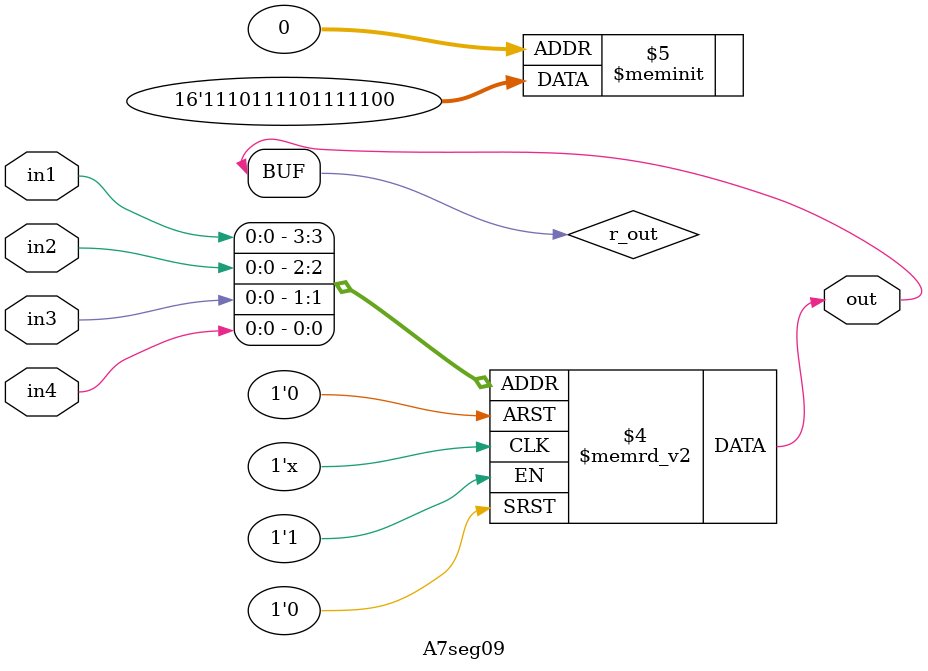
<source format=v>
module A7seg09(output out, input in1, in2, in3, in4);
  reg r_out;
  assign out = r_out;
  always@(in1, in2, in3, in4)
    begin
      case({in1, in2, in3, in4})
        4'b0000: out = 1'b0;
        4'b0001: out = 1'b0;
        4'b0010: out = 1'b1;
        4'b0011: out = 1'b1;
        4'b0100: out = 1'b1;
        4'b0101: out = 1'b1;
        4'b0110: out = 1'b1;
        4'b0111: out = 1'b0;
	4'b1000: out = 1'b1;
        4'b1001: out = 1'b1;
        4'b1010: out = 1'b1;
        4'b1011: out = 1'b1;
        4'b1100: out = 1'b0;
        4'b1101: out = 1'b1;
        4'b1110: out = 1'b1;
        4'b1111: out = 1'b1;
	
        default: out = 1'b0;
      endcase
    end
endmodule

</source>
